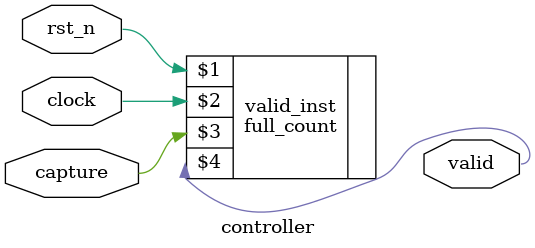
<source format=v>

module controller (
  input rst_n, clock, capture,
  output valid
);

  full_count valid_inst (rst_n, clock, capture, valid);

endmodule

</source>
